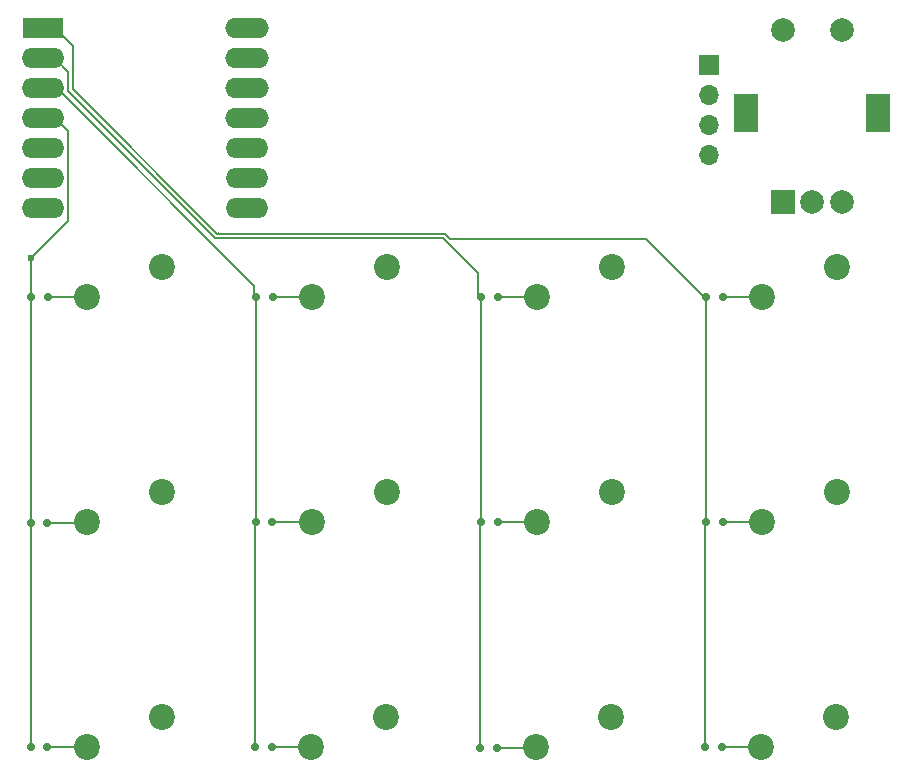
<source format=gbr>
%TF.GenerationSoftware,KiCad,Pcbnew,9.0.7*%
%TF.CreationDate,2026-02-22T16:46:49+05:30*%
%TF.ProjectId,Project,50726f6a-6563-4742-9e6b-696361645f70,rev?*%
%TF.SameCoordinates,Original*%
%TF.FileFunction,Copper,L1,Top*%
%TF.FilePolarity,Positive*%
%FSLAX46Y46*%
G04 Gerber Fmt 4.6, Leading zero omitted, Abs format (unit mm)*
G04 Created by KiCad (PCBNEW 9.0.7) date 2026-02-22 16:46:49*
%MOMM*%
%LPD*%
G01*
G04 APERTURE LIST*
G04 Aperture macros list*
%AMRoundRect*
0 Rectangle with rounded corners*
0 $1 Rounding radius*
0 $2 $3 $4 $5 $6 $7 $8 $9 X,Y pos of 4 corners*
0 Add a 4 corners polygon primitive as box body*
4,1,4,$2,$3,$4,$5,$6,$7,$8,$9,$2,$3,0*
0 Add four circle primitives for the rounded corners*
1,1,$1+$1,$2,$3*
1,1,$1+$1,$4,$5*
1,1,$1+$1,$6,$7*
1,1,$1+$1,$8,$9*
0 Add four rect primitives between the rounded corners*
20,1,$1+$1,$2,$3,$4,$5,0*
20,1,$1+$1,$4,$5,$6,$7,0*
20,1,$1+$1,$6,$7,$8,$9,0*
20,1,$1+$1,$8,$9,$2,$3,0*%
G04 Aperture macros list end*
%TA.AperFunction,ComponentPad*%
%ADD10C,2.200000*%
%TD*%
%TA.AperFunction,SMDPad,CuDef*%
%ADD11RoundRect,0.150000X0.150000X0.200000X-0.150000X0.200000X-0.150000X-0.200000X0.150000X-0.200000X0*%
%TD*%
%TA.AperFunction,ComponentPad*%
%ADD12R,1.700000X1.700000*%
%TD*%
%TA.AperFunction,ComponentPad*%
%ADD13O,1.700000X1.700000*%
%TD*%
%TA.AperFunction,ComponentPad*%
%ADD14R,3.500000X1.700000*%
%TD*%
%TA.AperFunction,ComponentPad*%
%ADD15O,3.600000X1.700000*%
%TD*%
%TA.AperFunction,ComponentPad*%
%ADD16O,3.700000X1.700000*%
%TD*%
%TA.AperFunction,ComponentPad*%
%ADD17R,2.000000X2.000000*%
%TD*%
%TA.AperFunction,ComponentPad*%
%ADD18C,2.000000*%
%TD*%
%TA.AperFunction,ComponentPad*%
%ADD19R,2.000000X3.200000*%
%TD*%
%TA.AperFunction,ViaPad*%
%ADD20C,0.600000*%
%TD*%
%TA.AperFunction,Conductor*%
%ADD21C,0.200000*%
%TD*%
G04 APERTURE END LIST*
D10*
%TO.P,SW5,1,1*%
%TO.N,/COL1*%
X135460000Y-78860000D03*
%TO.P,SW5,2,2*%
%TO.N,Net-(D5-A)*%
X129110000Y-81400000D03*
%TD*%
%TO.P,SW2,1,1*%
%TO.N,/COL1*%
X116441412Y-78823638D03*
%TO.P,SW2,2,2*%
%TO.N,Net-(D2-A)*%
X110091412Y-81363638D03*
%TD*%
D11*
%TO.P,D11,1,K*%
%TO.N,/D0*%
X162520000Y-81340000D03*
%TO.P,D11,2,A*%
%TO.N,Net-(D11-A)*%
X163920000Y-81340000D03*
%TD*%
%TO.P,D6,1,K*%
%TO.N,/D2*%
X124360000Y-100390000D03*
%TO.P,D6,2,A*%
%TO.N,Net-(D6-A)*%
X125760000Y-100390000D03*
%TD*%
D10*
%TO.P,SW9,1,1*%
%TO.N,/COL2*%
X154498770Y-97921230D03*
%TO.P,SW9,2,2*%
%TO.N,Net-(D9-A)*%
X148148770Y-100461230D03*
%TD*%
D11*
%TO.P,D7,1,K*%
%TO.N,/D1*%
X143470397Y-62299999D03*
%TO.P,D7,2,A*%
%TO.N,Net-(D7-A)*%
X144870397Y-62299999D03*
%TD*%
%TO.P,D9,1,K*%
%TO.N,/D1*%
X143410000Y-100470000D03*
%TO.P,D9,2,A*%
%TO.N,Net-(D9-A)*%
X144810000Y-100470000D03*
%TD*%
D10*
%TO.P,SW10,1,1*%
%TO.N,/COL0*%
X173602737Y-59758559D03*
%TO.P,SW10,2,2*%
%TO.N,Net-(D10-A)*%
X167252737Y-62298559D03*
%TD*%
D11*
%TO.P,D8,1,K*%
%TO.N,/D1*%
X143468068Y-81382911D03*
%TO.P,D8,2,A*%
%TO.N,Net-(D8-A)*%
X144868068Y-81382911D03*
%TD*%
D10*
%TO.P,SW3,1,1*%
%TO.N,/COL2*%
X116438861Y-97883487D03*
%TO.P,SW3,2,2*%
%TO.N,Net-(D3-A)*%
X110088861Y-100423487D03*
%TD*%
D12*
%TO.P,J1,1,GND*%
%TO.N,GND*%
X162745000Y-42665000D03*
D13*
%TO.P,J1,2,VCC*%
%TO.N,+3V3*%
X162745000Y-45205000D03*
%TO.P,J1,3,SCL*%
%TO.N,/D5 (SCL)*%
X162745000Y-47745000D03*
%TO.P,J1,4,SDA*%
%TO.N,/D4 (SDA)*%
X162745000Y-50285000D03*
%TD*%
D10*
%TO.P,SW8,1,1*%
%TO.N,/COL1*%
X154554033Y-78832144D03*
%TO.P,SW8,2,2*%
%TO.N,Net-(D8-A)*%
X148204033Y-81372144D03*
%TD*%
%TO.P,SW4,1,1*%
%TO.N,/COL0*%
X135521541Y-59778357D03*
%TO.P,SW4,2,2*%
%TO.N,Net-(D4-A)*%
X129171541Y-62318357D03*
%TD*%
D11*
%TO.P,D4,1,K*%
%TO.N,/D2*%
X124422019Y-62315231D03*
%TO.P,D4,2,A*%
%TO.N,Net-(D4-A)*%
X125822019Y-62315231D03*
%TD*%
D10*
%TO.P,SW12,1,1*%
%TO.N,/COL2*%
X173532616Y-97884537D03*
%TO.P,SW12,2,2*%
%TO.N,Net-(D12-A)*%
X167182616Y-100424537D03*
%TD*%
D11*
%TO.P,D3,1,K*%
%TO.N,/D3*%
X105350648Y-100423487D03*
%TO.P,D3,2,A*%
%TO.N,Net-(D3-A)*%
X106750648Y-100423487D03*
%TD*%
%TO.P,D1,1,K*%
%TO.N,/D3*%
X105361350Y-62319840D03*
%TO.P,D1,2,A*%
%TO.N,Net-(D1-A)*%
X106761350Y-62319840D03*
%TD*%
%TO.P,D10,1,K*%
%TO.N,/D0*%
X162517005Y-62357777D03*
%TO.P,D10,2,A*%
%TO.N,Net-(D10-A)*%
X163917005Y-62357777D03*
%TD*%
D14*
%TO.P,U1,1,PA02_A0_D0*%
%TO.N,/D0*%
X106370000Y-39580000D03*
D15*
%TO.P,U1,2,PA4_A1_D1*%
%TO.N,/D1*%
X106370000Y-42120000D03*
%TO.P,U1,3,PA10_A2_D2*%
%TO.N,/D2*%
X106370000Y-44660000D03*
%TO.P,U1,4,PA11_A3_D3*%
%TO.N,/D3*%
X106370000Y-47200000D03*
%TO.P,U1,5,PA8_A4_D4_SDA*%
%TO.N,/D4 (SDA)*%
X106370000Y-49740000D03*
%TO.P,U1,6,PA9_A5_D5_SCL*%
%TO.N,/D5 (SCL)*%
X106370000Y-52280000D03*
%TO.P,U1,7,PB08_A6_D6_TX*%
%TO.N,/COL0*%
X106370000Y-54820000D03*
%TO.P,U1,8,PB09_A7_D7_RX*%
%TO.N,/COL1*%
X123620000Y-54820000D03*
%TO.P,U1,9,PA7_A8_D8_SCK*%
%TO.N,/COL2*%
X123620000Y-52280000D03*
%TO.P,U1,10,PA5_A9_D9_MISO*%
%TO.N,/D9*%
X123620000Y-49740000D03*
D16*
%TO.P,U1,11,PA6_A10_D10_MOSI*%
%TO.N,/D10*%
X123620000Y-47200000D03*
%TO.P,U1,12,3V3*%
%TO.N,+3V3*%
X123620000Y-44660000D03*
%TO.P,U1,13,GND*%
%TO.N,GND*%
X123620000Y-42120000D03*
%TO.P,U1,14,5V*%
%TO.N,+5V*%
X123620000Y-39580000D03*
%TD*%
D11*
%TO.P,D2,1,K*%
%TO.N,/D3*%
X105335346Y-81486663D03*
%TO.P,D2,2,A*%
%TO.N,Net-(D2-A)*%
X106735346Y-81486663D03*
%TD*%
D17*
%TO.P,SW13,A,A*%
%TO.N,/D10*%
X169000000Y-54250000D03*
D18*
%TO.P,SW13,B,B*%
%TO.N,/D9*%
X174000000Y-54250000D03*
%TO.P,SW13,C,C*%
%TO.N,unconnected-(SW13-PadC)*%
X171500000Y-54250000D03*
D19*
%TO.P,SW13,MP*%
%TO.N,N/C*%
X165900000Y-46750000D03*
X177100000Y-46750000D03*
D18*
%TO.P,SW13,S1*%
X174000000Y-39750000D03*
%TO.P,SW13,S2*%
X169000000Y-39750000D03*
%TD*%
D10*
%TO.P,SW11,1,1*%
%TO.N,/COL1*%
X173617431Y-78794908D03*
%TO.P,SW11,2,2*%
%TO.N,Net-(D11-A)*%
X167267431Y-81334908D03*
%TD*%
%TO.P,SW7,1,1*%
%TO.N,/COL0*%
X154560000Y-59760000D03*
%TO.P,SW7,2,2*%
%TO.N,Net-(D7-A)*%
X148210000Y-62300000D03*
%TD*%
%TO.P,SW6,1,1*%
%TO.N,/COL2*%
X135450000Y-97850000D03*
%TO.P,SW6,2,2*%
%TO.N,Net-(D6-A)*%
X129100000Y-100390000D03*
%TD*%
%TO.P,SW1,1,1*%
%TO.N,/COL0*%
X116460000Y-59780000D03*
%TO.P,SW1,2,2*%
%TO.N,Net-(D1-A)*%
X110110000Y-62320000D03*
%TD*%
D11*
%TO.P,D5,1,K*%
%TO.N,/D2*%
X124370000Y-81400000D03*
%TO.P,D5,2,A*%
%TO.N,Net-(D5-A)*%
X125770000Y-81400000D03*
%TD*%
%TO.P,D12,1,K*%
%TO.N,/D0*%
X162432500Y-100440000D03*
%TO.P,D12,2,A*%
%TO.N,Net-(D12-A)*%
X163832500Y-100440000D03*
%TD*%
D20*
%TO.N,/D3*%
X105361350Y-59020000D03*
X105330000Y-59020000D03*
%TD*%
D21*
%TO.N,Net-(D1-A)*%
X110110000Y-62320000D02*
X106761510Y-62320000D01*
X106761510Y-62320000D02*
X106761350Y-62319840D01*
%TO.N,/D3*%
X105371787Y-77128213D02*
X105361350Y-77117776D01*
X108471000Y-55910350D02*
X108471000Y-48301000D01*
X105350648Y-59040648D02*
X105350648Y-100423487D01*
X105330000Y-59020000D02*
X105350648Y-59040648D01*
X105361350Y-59020000D02*
X105361350Y-59000000D01*
X105371787Y-77396628D02*
X105371787Y-77128213D01*
X108471000Y-48301000D02*
X107370000Y-47200000D01*
X105361350Y-59020000D02*
X108471000Y-55910350D01*
%TO.N,Net-(D2-A)*%
X106735346Y-81486663D02*
X109968387Y-81486663D01*
X109968387Y-81486663D02*
X110091412Y-81363638D01*
%TO.N,Net-(D3-A)*%
X106750648Y-100423487D02*
X110088861Y-100423487D01*
%TO.N,/D2*%
X124370000Y-81280000D02*
X124422019Y-81227981D01*
X124360000Y-81410000D02*
X124370000Y-81400000D01*
X124360000Y-100390000D02*
X124360000Y-81410000D01*
X124262132Y-62315855D02*
X124262132Y-61352132D01*
X124370000Y-81400000D02*
X124370000Y-81280000D01*
X124262132Y-61352132D02*
X107570000Y-44660000D01*
X124422019Y-81227981D02*
X124422019Y-62315231D01*
X107570000Y-44660000D02*
X107370000Y-44660000D01*
%TO.N,Net-(D4-A)*%
X129168415Y-62315231D02*
X129171541Y-62318357D01*
X125822019Y-62315231D02*
X129168415Y-62315231D01*
%TO.N,Net-(D5-A)*%
X125770000Y-81400000D02*
X129110000Y-81400000D01*
%TO.N,Net-(D6-A)*%
X129100000Y-100390000D02*
X125760000Y-100390000D01*
%TO.N,/D1*%
X120950000Y-57350000D02*
X108471000Y-44871000D01*
X140210000Y-57350000D02*
X120950000Y-57350000D01*
X143470397Y-62299999D02*
X143470397Y-62450000D01*
X143468068Y-81431932D02*
X143410000Y-81490000D01*
X107370000Y-42130000D02*
X107370000Y-42120000D01*
X143410000Y-81490000D02*
X143410000Y-100470000D01*
X143182461Y-60322461D02*
X140210000Y-57350000D01*
X143182461Y-62364227D02*
X143182461Y-60322461D01*
X143182461Y-62364227D02*
X143182461Y-61682461D01*
X108471000Y-44871000D02*
X108471000Y-43231000D01*
X143468068Y-81382911D02*
X143468068Y-81431932D01*
X143470397Y-62450000D02*
X143468068Y-62452329D01*
X143468068Y-62452329D02*
X143468068Y-81382911D01*
X108471000Y-43231000D02*
X107370000Y-42130000D01*
%TO.N,Net-(D7-A)*%
X144870397Y-62299999D02*
X148210000Y-62300000D01*
%TO.N,Net-(D8-A)*%
X144868068Y-81382911D02*
X148193266Y-81382911D01*
X148193266Y-81382911D02*
X148204033Y-81372144D01*
%TO.N,Net-(D9-A)*%
X148140000Y-100470000D02*
X148148770Y-100461230D01*
X144810000Y-100470000D02*
X148140000Y-100470000D01*
%TO.N,Net-(D10-A)*%
X167149268Y-62370732D02*
X167150000Y-62370000D01*
X163917005Y-62357777D02*
X167193519Y-62357777D01*
X167193519Y-62357777D02*
X167252737Y-62298559D01*
%TO.N,/D0*%
X162520000Y-81340000D02*
X162520000Y-62360772D01*
X108872000Y-44704900D02*
X108872000Y-41082000D01*
X121116100Y-56949000D02*
X108872000Y-44704900D01*
X162377777Y-62357777D02*
X162517005Y-62357777D01*
X162432500Y-81427500D02*
X162520000Y-81340000D01*
X108872000Y-41082000D02*
X107370000Y-39580000D01*
X121230000Y-56949000D02*
X121116100Y-56949000D01*
X140376100Y-56949000D02*
X121244760Y-56949000D01*
X156980000Y-57410000D02*
X157430000Y-57410000D01*
X121244760Y-56949000D02*
X121230000Y-56934240D01*
X157438486Y-57410000D02*
X156980000Y-57410000D01*
X140837100Y-57410000D02*
X140376100Y-56949000D01*
X157430000Y-57410000D02*
X162377777Y-62357777D01*
X162432500Y-100440000D02*
X162432500Y-81427500D01*
X121230000Y-56934240D02*
X121230000Y-56949000D01*
X156980000Y-57410000D02*
X140837100Y-57410000D01*
X162520000Y-62360772D02*
X162517005Y-62357777D01*
%TO.N,Net-(D11-A)*%
X163925092Y-81334908D02*
X163920000Y-81340000D01*
X167267431Y-81334908D02*
X163925092Y-81334908D01*
%TO.N,Net-(D12-A)*%
X163832500Y-100440000D02*
X167167153Y-100440000D01*
X167167153Y-100440000D02*
X167182616Y-100424537D01*
%TD*%
M02*

</source>
